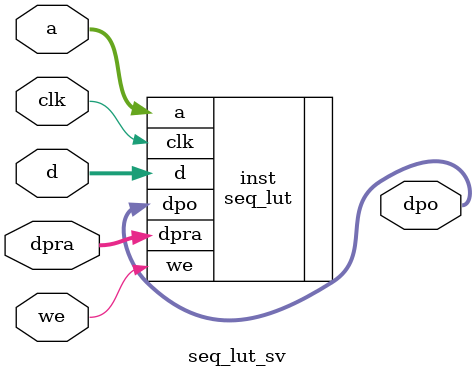
<source format=sv>


`timescale 1ps / 1ps

`include "vivado_interfaces.svh"

module seq_lut_sv (
  (* X_INTERFACE_IGNORE = "true" *)
  input wire [7:0] a,
  (* X_INTERFACE_IGNORE = "true" *)
  input wire [51:0] d,
  (* X_INTERFACE_IGNORE = "true" *)
  input wire [7:0] dpra,
  (* X_INTERFACE_IGNORE = "true" *)
  input wire clk,
  (* X_INTERFACE_IGNORE = "true" *)
  input wire we,
  (* X_INTERFACE_IGNORE = "true" *)
  output wire [51:0] dpo
);

  seq_lut inst (
    .a(a),
    .d(d),
    .dpra(dpra),
    .clk(clk),
    .we(we),
    .dpo(dpo)
  );

endmodule

</source>
